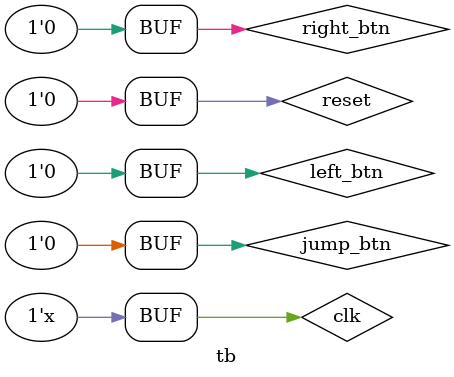
<source format=v>
`timescale 1ns / 1ps

module tb;
reg left_btn = 1'b0;
reg right_btn = 1'b0;
reg jump_btn = 1'b0;
reg clk = 1'b0;
reg reset = 1'b1;
wire uart_transmitter_pin;

top top (
    left_btn, 
    right_btn, 
    jump_btn, 
    clk, 
    reset, 
    uart_transmitter_pin
  );
always #5 clk = ~clk;
  
initial begin
#100000000
reset = 1'b0;
#100000000
left_btn = 1'b1;
#500000000
left_btn = 1'b0;
#100000000
right_btn = 1'b1;
#500000000
right_btn = 1'b0;
#100000000
jump_btn = 1'b1;
#500000000
jump_btn = 1'b0;
end  
  
endmodule
</source>
